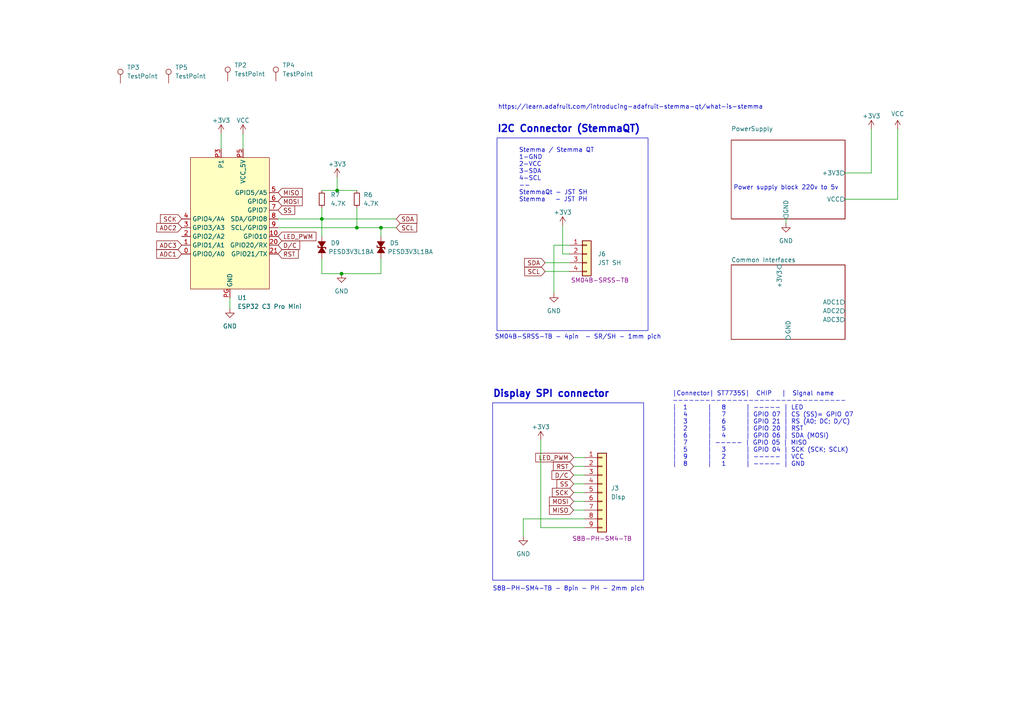
<source format=kicad_sch>
(kicad_sch (version 20231120) (generator "eeschema") (generator_version "8.0")
  (paper "A4")
  (title_block (title "Smart home relay board.") (date "2023-10-01") (rev "12") (company "Home"))
  (lib_symbols
    (symbol "Connector:TestPoint" (pin_numbers hide) (pin_names (offset 0.762) hide)
      (property "Reference" "TP" (at 0 6.858 0))
      (property "Value" "TestPoint" (at 0 5.08 0))
      (symbol "TestPoint_0_1"
        (circle (center 0 3.302) (radius 0.762))
      )
      (symbol "TestPoint_1_1"
        (pin passive line (at 0 0 90) (length 2.54) (name "1") (number "1"))
      )
    )
    (symbol "Connector_Generic:Conn_01x04" (pin_names (offset 1.016) hide)
      (property "Reference" "J" (at 0 5.08 0))
      (property "Value" "Conn_01x04" (at 0 -7.62 0))
      (symbol "Conn_01x04_1_1"
        (rectangle (start -1.27 -4.953) (end 0 -5.207) (stroke (width 0.1524)))
        (rectangle (start -1.27 -2.413) (end 0 -2.667) (stroke (width 0.1524)))
        (rectangle (start -1.27 0.127) (end 0 -0.127) (stroke (width 0.1524)))
        (rectangle (start -1.27 2.667) (end 0 2.413) (stroke (width 0.1524)))
        (rectangle (start -1.27 3.81) (end 1.27 -6.35) (stroke (width 0.254)) (fill (type background)))
        (pin passive line (at -5.08 2.54 0) (length 3.81) (name "Pin_1") (number "1"))
        (pin passive line (at -5.08 0 0) (length 3.81) (name "Pin_2") (number "2"))
        (pin passive line (at -5.08 -2.54 0) (length 3.81) (name "Pin_3") (number "3"))
        (pin passive line (at -5.08 -5.08 0) (length 3.81) (name "Pin_4") (number "4"))
      )
    )
    (symbol "Connector_Generic:Conn_01x09" (pin_names (offset 1.016) hide)
      (property "Reference" "J" (at 0 12.7 0))
      (property "Value" "Conn_01x09" (at 0 -12.7 0))
      (symbol "Conn_01x09_1_1"
        (rectangle (start -1.27 -10.033) (end 0 -10.287) (stroke (width 0.1524)))
        (rectangle (start -1.27 -7.493) (end 0 -7.747) (stroke (width 0.1524)))
        (rectangle (start -1.27 -4.953) (end 0 -5.207) (stroke (width 0.1524)))
        (rectangle (start -1.27 -2.413) (end 0 -2.667) (stroke (width 0.1524)))
        (rectangle (start -1.27 0.127) (end 0 -0.127) (stroke (width 0.1524)))
        (rectangle (start -1.27 2.667) (end 0 2.413) (stroke (width 0.1524)))
        (rectangle (start -1.27 5.207) (end 0 4.953) (stroke (width 0.1524)))
        (rectangle (start -1.27 7.747) (end 0 7.493) (stroke (width 0.1524)))
        (rectangle (start -1.27 10.287) (end 0 10.033) (stroke (width 0.1524)))
        (rectangle (start -1.27 11.43) (end 1.27 -11.43) (stroke (width 0.254)) (fill (type background)))
        (pin passive line (at -5.08 10.16 0) (length 3.81) (name "Pin_1") (number "1"))
        (pin passive line (at -5.08 7.62 0) (length 3.81) (name "Pin_2") (number "2"))
        (pin passive line (at -5.08 5.08 0) (length 3.81) (name "Pin_3") (number "3"))
        (pin passive line (at -5.08 2.54 0) (length 3.81) (name "Pin_4") (number "4"))
        (pin passive line (at -5.08 0 0) (length 3.81) (name "Pin_5") (number "5"))
        (pin passive line (at -5.08 -2.54 0) (length 3.81) (name "Pin_6") (number "6"))
        (pin passive line (at -5.08 -5.08 0) (length 3.81) (name "Pin_7") (number "7"))
        (pin passive line (at -5.08 -7.62 0) (length 3.81) (name "Pin_8") (number "8"))
        (pin passive line (at -5.08 -10.16 0) (length 3.81) (name "Pin_9") (number "9"))
      )
    )
    (symbol "Device:R_Small" (pin_numbers hide) (pin_names (offset 0.254) hide)
      (property "Reference" "R" (at 0.762 0.508 0))
      (property "Value" "R_Small" (at 0.762 -1.016 0))
      (symbol "R_Small_0_1"
        (rectangle (start -0.762 1.778) (end 0.762 -1.778) (stroke (width 0.2032)))
      )
      (symbol "R_Small_1_1"
        (pin passive line (at 0 2.54 270) (length 0.762) (name "~") (number "1"))
        (pin passive line (at 0 -2.54 90) (length 0.762) (name "~") (number "2"))
      )
    )
    (symbol "MCU_Module_local:ESP32_C3_Pro_Mini"
      (property "Reference" "U" (at 7.366 22.606 0))
      (property "Value" "ESP32-C3 Pro Mini" (at 0 -13.716 0))
      (symbol "ESP32_C3_Pro_Mini_1_0"
        (pin unspecified line (at -13.97 -10.16 0) (length 2.54) (name "GPIO0/A0") (number "0"))
        (pin unspecified line (at -13.97 -7.62 0) (length 2.54) (name "GPIO1/A1") (number "1"))
        (pin unspecified line (at 13.97 -5.08 180) (length 2.54) (name "GPIO10") (number "10"))
        (pin unspecified line (at -13.97 -5.08 0) (length 2.54) (name "GPIO2/A2") (number "2"))
        (pin unspecified line (at 13.97 -7.62 180) (length 2.54) (name "GPIO20/RX") (number "20"))
        (pin unspecified line (at 13.97 -10.16 180) (length 2.54) (name "GPIO21/TX") (number "21"))
        (pin unspecified line (at -13.97 -2.54 0) (length 2.54) (name "GPIO3/A3") (number "3"))
        (pin unspecified line (at -13.97 0 0) (length 2.54) (name "GPIO4/A4") (number "4"))
        (pin unspecified line (at 13.97 7.62 180) (length 2.54) (name "GPIO5/A5") (number "5"))
        (pin unspecified line (at 13.97 5.08 180) (length 2.54) (name "GPIO6") (number "6"))
        (pin unspecified line (at 13.97 2.54 180) (length 2.54) (name "GPIO7") (number "7"))
        (pin unspecified line (at 13.97 0 180) (length 2.54) (name "SDA/GPIO8") (number "8"))
        (pin unspecified line (at 13.97 -2.54 180) (length 2.54) (name "SCL/GPIO9") (number "9"))
        (pin unspecified line (at -2.54 20.32 270) (length 2.54) (name "P1") (number "P3"))
        (pin unspecified line (at 3.81 20.32 270) (length 2.54) (name "VCC_5V") (number "P5"))
        (pin unspecified line (at 0 -22.86 90) (length 2.54) (name "GND") (number "PG"))
      )
      (symbol "ESP32_C3_Pro_Mini_1_1"
        (rectangle (start -11.43 17.78) (end 11.43 -20.32) (fill (type background)))
      )
    )
    (symbol "Power_Protection_Local:PESD3V3L1BA" (pin_numbers hide) (pin_names (offset 0.254) hide)
      (property "Reference" "D" (at -0.7112 2.6416 0))
      (property "Value" "PESD3V3L1BA" (at -0.635 -2.286 0))
      (symbol "PESD3V3L1BA_0_1"
        (polyline (pts (xy -0.506 -1.1163) (xy 0.002 -1.1163) (xy 0.002 0.9157)) (stroke (width 0.254)))
        (polyline (pts (xy 0.508 1.1176) (xy 0 1.1176) (xy 0 -0.9144)) (stroke (width 0.254)))
        (polyline (pts (xy -1.651 -1.016) (xy -0.127 0) (xy -1.651 1.016) (xy -1.651 -1.016)) (stroke (width 0.254)) (fill (type outline)))
        (polyline (pts (xy 1.524 1.016) (xy 0 0) (xy 1.524 -1.016) (xy 1.524 1.016)) (stroke (width 0.254)) (fill (type outline)))
      )
      (symbol "PESD3V3L1BA_1_1"
        (pin passive line (at -3.175 0 0) (length 1.778) (name "K") (number "1"))
        (pin passive line (at 3.175 0 180) (length 1.778) (name "A") (number "2"))
      )
    )
    (symbol "power:+3V3" (power) (pin_names (offset 0))
      (property "Value" "+3V3" (at 0 3.556 0))
      (symbol "+3V3_0_1"
        (polyline (pts (xy -0.762 1.27) (xy 0 2.54)))
        (polyline (pts (xy 0 0) (xy 0 2.54)))
        (polyline (pts (xy 0 2.54) (xy 0.762 1.27)))
      )
      (symbol "+3V3_1_1"
        (pin power_in line (at 0 0 90) (length 0) hide (name "+3V3") (number "1"))
      )
    )
    (symbol "power:+5V" (power) (pin_names (offset 0))
      (property "Value" "+5V" (at 0 3.556 0))
      (symbol "+5V_0_1"
        (polyline (pts (xy -0.762 1.27) (xy 0 2.54)))
        (polyline (pts (xy 0 0) (xy 0 2.54)))
        (polyline (pts (xy 0 2.54) (xy 0.762 1.27)))
      )
      (symbol "+5V_1_1"
        (pin power_in line (at 0 0 90) (length 0) hide (name "+5V") (number "1"))
      )
    )
    (symbol "power:GND" (power) (pin_names (offset 0))
      (property "Value" "GND" (at 0 -3.81 0))
      (symbol "GND_0_1"
        (polyline (pts (xy 0 0) (xy 0 -1.27) (xy 1.27 -1.27) (xy 0 -2.54) (xy -1.27 -1.27) (xy 0 -1.27)))
      )
      (symbol "GND_1_1"
        (pin power_in line (at 0 0 270) (length 0) hide (name "GND") (number "1"))
      )
    )
    (symbol "power:VCC" (power) (pin_numbers hide) (pin_names (offset 0) hide)
      (property "Value" "VCC" (at 0 3.556 0))
      (symbol "VCC_0_1"
        (polyline (pts (xy -0.762 1.27) (xy 0 2.54)))
        (polyline (pts (xy 0 0) (xy 0 2.54)))
        (polyline (pts (xy 0 2.54) (xy 0.762 1.27)))
      )
      (symbol "VCC_1_1"
        (pin power_in line (at 0 0 90) (length 0) (name "~") (number "1"))
      )
    )
  )
  (junction (at 97.79 55.245))
  (junction (at 99.06 79.375))
  (junction (at 93.345 63.5))
  (junction (at 110.49 66.04))
  (junction (at 103.505 66.04))
  (wire (pts (xy 110.49 66.04) (xy 110.49 68.58)))
  (wire (pts (xy 99.06 79.375) (xy 110.49 79.375)))
  (wire (pts (xy 70.485 38.735) (xy 70.485 43.18)))
  (wire (pts (xy 66.675 89.535) (xy 66.675 86.36)))
  (wire (pts (xy 260.35 57.785) (xy 245.11 57.785)))
  (wire (pts (xy 114.935 66.04) (xy 110.49 66.04)))
  (wire (pts (xy 93.345 63.5) (xy 80.645 63.5)))
  (wire (pts (xy 166.37 140.335) (xy 169.545 140.335)))
  (wire (pts (xy 160.655 71.12) (xy 165.1 71.12)))
  (wire (pts (xy 166.37 132.715) (xy 169.545 132.715)))
  (wire (pts (xy 156.845 153.035) (xy 169.545 153.035)))
  (wire (pts (xy 103.505 66.04) (xy 110.49 66.04)))
  (wire (pts (xy 252.73 37.465) (xy 252.73 50.165)))
  (wire (pts (xy 93.345 63.5) (xy 93.345 68.58)))
  (wire (pts (xy 158.115 76.2) (xy 165.1 76.2)))
  (wire (pts (xy 166.37 135.255) (xy 169.545 135.255)))
  (wire (pts (xy 151.765 155.575) (xy 151.765 150.495)))
  (wire (pts (xy 97.79 51.435) (xy 97.79 55.245)))
  (wire (pts (xy 80.645 66.04) (xy 103.505 66.04)))
  (wire (pts (xy 163.195 73.66) (xy 165.1 73.66)))
  (wire (pts (xy 260.35 37.465) (xy 260.35 57.785)))
  (wire (pts (xy 103.505 60.325) (xy 103.505 66.04)))
  (wire (pts (xy 93.345 74.93) (xy 93.345 79.375)))
  (wire (pts (xy 163.195 65.405) (xy 163.195 73.66)))
  (wire (pts (xy 114.935 63.5) (xy 93.345 63.5)))
  (wire (pts (xy 160.655 71.12) (xy 160.655 85.09)))
  (wire (pts (xy 158.115 78.74) (xy 165.1 78.74)))
  (wire (pts (xy 166.37 137.795) (xy 169.545 137.795)))
  (wire (pts (xy 93.345 55.245) (xy 97.79 55.245)))
  (wire (pts (xy 151.765 150.495) (xy 169.545 150.495)))
  (wire (pts (xy 110.49 79.375) (xy 110.49 74.93)))
  (wire (pts (xy 166.37 142.875) (xy 169.545 142.875)))
  (wire (pts (xy 93.345 79.375) (xy 99.06 79.375)))
  (wire (pts (xy 64.135 38.735) (xy 64.135 43.18)))
  (wire (pts (xy 166.37 145.415) (xy 169.545 145.415)))
  (wire (pts (xy 93.345 60.325) (xy 93.345 63.5)))
  (wire (pts (xy 252.73 50.165) (xy 245.11 50.165)))
  (wire (pts (xy 156.845 127.635) (xy 156.845 153.035)))
  (wire (pts (xy 227.965 63.5) (xy 227.965 64.77)))
  (wire (pts (xy 166.37 147.955) (xy 169.545 147.955)))
  (wire (pts (xy 97.79 55.245) (xy 103.505 55.245)))
  (rectangle (start 144.145 40.005) (end 187.96 95.885))
  (rectangle (start 142.875 116.84) (end 186.69 168.275))
  (text "SM04B-SRSS-TB - 4pin  - SR/SH - 1mm pich" (at 167.64 97.79 0) (effects (font (size 1.27 1.27))))
  (text "Stemma / Stemma QT\n1-GND\n2-VCC\n3-SDA\n4-SCL\n--\nStemmaQt - JST SH\nStemma   - JST PH" (at 150.495 50.8 0) (effects (font (size 1.27 1.27)) (justify left)))
  (text "Power supply block 220v to 5v " (at 212.725 55.245 0) (effects (font (size 1.27 1.27)) (justify left bottom)))
  (text "https://learn.adafruit.com/introducing-adafruit-stemma-qt/what-is-stemma" (at 182.88 31.115 0) (effects (font (size 1.27 1.27))))
  (text "S8B-PH-SM4-TB - 8pin - PH - 2mm pich" (at 142.875 170.815 0) (effects (font (size 1.27 1.27)) (justify left)))
  (text "I2C Connector (StemmaQT)" (at 144.145 37.465 0) (effects (font (size 2 2) (thickness 0.4) (bold yes)) (justify left)))
  (text "|Connector| ST7735S|  CHIP   |  Signal name\n--------------------------------\n|  1      |   8      | ----- | LED\n|  4      |   7      | GPIO 07 | CS (SS)= GPIO 07\n|  3      |   6      | GPIO 21 | RS (A0; DC; D/C) \n|  2      |   5      | GPIO 20 | RST\n|  6      |   4      | GPIO 06 | SDA (MOSI) \n|  7      | ----- | GPIO 05 | MISO               \n|  5      |   3      | GPIO 04 | SCK (SCK; SCLK)\n|  9      |   2      | ----- | VCC\n|  8      |   1      | ----- | GND" (at 194.945 124.46 0) (effects (font (size 1.27 1.27)) (justify left)))
  (text "Display SPI connector" (at 142.875 114.3 0) (effects (font (size 2 2) (thickness 0.4) (bold yes)) (justify left)))
  (global_label "ADC1" (shape input) (at 52.705 73.66 180) (property "Intersheetrefs" "${INTERSHEET_REFS}" (effects (hide yes))))
  (global_label "LED_PWM" (shape input) (at 166.37 132.715 180) (property "Intersheetrefs" "${INTERSHEET_REFS}" (effects (hide yes))))
  (global_label "RST" (shape input) (at 166.37 135.255 180) (property "Intersheetrefs" "${INTERSHEET_REFS}" (effects (hide yes))))
  (global_label "D{slash}C" (shape input) (at 80.645 71.12 0) (property "Intersheetrefs" "${INTERSHEET_REFS}" (effects (hide yes))))
  (global_label "RST" (shape input) (at 80.645 73.66 0) (property "Intersheetrefs" "${INTERSHEET_REFS}" (effects (hide yes))))
  (global_label "D{slash}C" (shape input) (at 166.37 137.795 180) (property "Intersheetrefs" "${INTERSHEET_REFS}" (effects (hide yes))))
  (global_label "MISO" (shape input) (at 166.37 147.955 180) (property "Intersheetrefs" "${INTERSHEET_REFS}" (effects (hide yes))))
  (global_label "SCK" (shape input) (at 166.37 142.875 180) (property "Intersheetrefs" "${INTERSHEET_REFS}" (effects (hide yes))))
  (global_label "LED_PWM" (shape input) (at 80.645 68.58 0) (property "Intersheetrefs" "${INTERSHEET_REFS}" (effects (hide yes))))
  (global_label "MOSI" (shape input) (at 80.645 58.42 0) (property "Intersheetrefs" "${INTERSHEET_REFS}" (effects (hide yes))))
  (global_label "SS" (shape input) (at 80.645 60.96 0) (property "Intersheetrefs" "${INTERSHEET_REFS}" (effects (hide yes))))
  (global_label "ADC2" (shape input) (at 52.705 66.04 180) (property "Intersheetrefs" "${INTERSHEET_REFS}" (effects (hide yes))))
  (global_label "ADC3" (shape input) (at 52.705 71.12 180) (property "Intersheetrefs" "${INTERSHEET_REFS}" (effects (hide yes))))
  (global_label "SDA" (shape input) (at 158.115 76.2 180) (property "Intersheetrefs" "${INTERSHEET_REFS}" (effects (hide yes))))
  (global_label "SS" (shape input) (at 166.37 140.335 180) (property "Intersheetrefs" "${INTERSHEET_REFS}" (effects (hide yes))))
  (global_label "MISO" (shape input) (at 80.645 55.88 0) (property "Intersheetrefs" "${INTERSHEET_REFS}" (effects (hide yes))))
  (global_label "MOSI" (shape input) (at 166.37 145.415 180) (property "Intersheetrefs" "${INTERSHEET_REFS}" (effects (hide yes))))
  (global_label "SDA" (shape input) (at 114.935 63.5 0) (property "Intersheetrefs" "${INTERSHEET_REFS}" (effects (hide yes))))
  (global_label "SCK" (shape input) (at 52.705 63.5 180) (property "Intersheetrefs" "${INTERSHEET_REFS}" (effects (hide yes))))
  (global_label "SCL" (shape input) (at 158.115 78.74 180) (property "Intersheetrefs" "${INTERSHEET_REFS}" (effects (hide yes))))
  (global_label "SCL" (shape input) (at 114.935 66.04 0) (property "Intersheetrefs" "${INTERSHEET_REFS}" (effects (hide yes))))
  (symbol (lib_id "power:GND") (at 227.965 64.77 0) (unit 1)
    (property "Reference" "#PWR020" (effects (hide yes)))
    (property "Value" "GND" (at 227.965 69.85 0))
  )
  (symbol (lib_id "Device:R_Small") (at 103.505 57.785 0) (unit 1)
    (property "Reference" "R6" (at 105.41 56.5149 0) (effects (justify left)))
    (property "Value" "4.7K" (at 105.41 59.0549 0) (effects (justify left)))
    (property "Footprint" "Resistor_SMD:R_0805_2012Metric_Pad1.20x1.40mm_HandSolder" (effects (hide yes)))
    (property "Description" "Resistor, small symbol" (effects (hide yes)))
  )
  (symbol (lib_id "Power_Protection_Local:PESD3V3L1BA") (at 93.345 71.755 270) (unit 1)
    (property "Reference" "D9" (at 95.885 70.485 90) (effects (justify left)))
    (property "Value" "PESD3V3L1BA" (at 95.25 73.025 90) (effects (justify left)))
    (property "Footprint" "Diode_SMD:D_SOD-323_HandSoldering" (effects (hide yes)))
    (property "Datasheet" "https://static.chipdip.ru/lib/297/DOC021297007.pdf" (effects (hide yes)))
  )
  (symbol (lib_id "power:+3V3") (at 163.195 65.405 0) (unit 1)
    (property "Reference" "#PWR013" (effects (hide yes)))
    (property "Value" "+3V3" (at 163.195 61.595 0))
  )
  (symbol (lib_id "Connector:TestPoint") (at 66.04 23.495 0) (unit 1)
    (property "Reference" "TP2" (at 67.945 18.9229 0) (effects (justify left)))
    (property "Value" "TestPoint" (at 67.945 21.4629 0) (effects (justify left)))
    (property "Footprint" "TestPoint:TestPoint_THTPad_D2.0mm_Drill1.0mm" (effects (hide yes)))
  )
  (symbol (lib_id "MCU_Module_local:ESP32_C3_Pro_Mini") (at 66.675 63.5 0) (unit 1)
    (property "Reference" "U1" (at 68.8691 86.36 0) (effects (justify left)))
    (property "Value" "ESP32 C3 Pro Mini" (at 68.8691 88.9 0) (effects (justify left)))
    (property "Footprint" "WIFI_Module:ESP32-C3_Pro_mini_no_keepout" (effects (hide yes)))
  )
  (symbol (lib_id "power:GND") (at 151.765 155.575 0) (unit 1)
    (property "Reference" "#PWR05" (effects (hide yes)))
    (property "Value" "GND" (at 151.765 160.655 0))
  )
  (symbol (lib_id "power:+3V3") (at 252.73 37.465 0) (unit 1)
    (property "Reference" "#PWR022" (effects (hide yes)))
    (property "Value" "+3V3" (at 252.73 33.655 0))
  )
  (symbol (lib_id "Connector_Generic:Conn_01x09") (at 174.625 142.875 0) (unit 1)
    (property "Reference" "J3" (at 177.165 141.605 0) (effects (justify left)))
    (property "Value" "Disp" (at 177.165 144.145 0) (effects (justify left)))
    (property "Footprint" "Connector_JST:JST_PH_S9B-PH-SM4-TB_1x09-1MP_P2.00mm_Horizontal" (effects (hide yes)))
    (property "Description" "Generic connector, single row, 01x09, script generated (kicad-library-utils/schlib/autogen/connector/)" (effects (hide yes)))
    (property "descr" "S8B-PH-SM4-TB" (at 174.625 156.21 0))
  )
  (symbol (lib_id "Device:R_Small") (at 93.345 57.785 0) (unit 1)
    (property "Reference" "R7" (at 95.885 56.5149 0) (effects (justify left)))
    (property "Value" "4.7K" (at 95.885 59.0549 0) (effects (justify left)))
    (property "Footprint" "Resistor_SMD:R_0805_2012Metric_Pad1.20x1.40mm_HandSolder" (effects (hide yes)))
    (property "Description" "Resistor, small symbol" (effects (hide yes)))
  )
  (symbol (lib_id "power:GND") (at 160.655 85.09 0) (unit 1)
    (property "Reference" "#PWR012" (effects (hide yes)))
    (property "Value" "GND" (at 160.655 90.17 0))
  )
  (symbol (lib_id "power:+3V3") (at 156.845 127.635 0) (unit 1)
    (property "Reference" "#PWR03" (effects (hide yes)))
    (property "Value" "+3V3" (at 156.845 123.825 0))
  )
  (symbol (lib_id "Connector:TestPoint") (at 48.895 24.13 0) (unit 1)
    (property "Reference" "TP5" (at 50.8 19.5579 0) (effects (justify left)))
    (property "Value" "TestPoint" (at 50.8 22.0979 0) (effects (justify left)))
    (property "Footprint" "TestPoint:TestPoint_THTPad_D2.0mm_Drill1.0mm" (effects (hide yes)))
  )
  (symbol (lib_id "power:+5V") (at 64.135 38.735 0) (unit 1)
    (property "Reference" "#PWR011" (effects (hide yes)))
    (property "Value" "+3V3" (at 64.135 34.925 0))
  )
  (symbol (lib_id "power:VCC") (at 260.35 37.465 0) (unit 1)
    (property "Reference" "#PWR019" (effects (hide yes)))
    (property "Value" "VCC" (at 260.35 33.02 0))
    (property "Description" "Power symbol creates a global label with name \"VCC\"" (effects (hide yes)))
  )
  (symbol (lib_id "power:VCC") (at 70.485 38.735 0) (unit 1)
    (property "Reference" "#PWR06" (effects (hide yes)))
    (property "Value" "VCC" (at 70.485 34.925 0))
    (property "Description" "Power symbol creates a global label with name \"VCC\"" (effects (hide yes)))
  )
  (symbol (lib_id "power:+5V") (at 97.79 51.435 0) (unit 1)
    (property "Reference" "#PWR015" (effects (hide yes)))
    (property "Value" "+3V3" (at 97.79 47.625 0))
  )
  (symbol (lib_id "Connector:TestPoint") (at 80.01 23.495 0) (unit 1)
    (property "Reference" "TP4" (at 81.915 18.9229 0) (effects (justify left)))
    (property "Value" "TestPoint" (at 81.915 21.4629 0) (effects (justify left)))
    (property "Footprint" "TestPoint:TestPoint_THTPad_D2.0mm_Drill1.0mm" (effects (hide yes)))
  )
  (symbol (lib_id "Power_Protection_Local:PESD3V3L1BA") (at 110.49 71.755 270) (unit 1)
    (property "Reference" "D5" (at 113.03 70.485 90) (effects (justify left)))
    (property "Value" "PESD3V3L1BA" (at 112.395 73.025 90) (effects (justify left)))
    (property "Footprint" "Diode_SMD:D_SOD-323_HandSoldering" (effects (hide yes)))
    (property "Datasheet" "https://static.chipdip.ru/lib/297/DOC021297007.pdf" (effects (hide yes)))
  )
  (symbol (lib_id "power:GND") (at 99.06 79.375 0) (unit 1)
    (property "Reference" "#PWR029" (effects (hide yes)))
    (property "Value" "GND" (at 99.06 84.455 0))
  )
  (symbol (lib_id "power:GND") (at 66.675 89.535 0) (unit 1)
    (property "Reference" "#PWR07" (effects (hide yes)))
    (property "Value" "GND" (at 66.675 94.615 0))
  )
  (symbol (lib_id "Connector_Generic:Conn_01x04") (at 170.18 73.66 0) (unit 1)
    (property "Reference" "J6" (at 173.355 73.6599 0) (effects (justify left)))
    (property "Value" "JST SH" (at 173.355 76.1999 0) (effects (justify left)))
    (property "Footprint" "Connector_JST:JST_SH_SM04B-SRSS-TB_1x04-1MP_P1.00mm_Horizontal" (effects (hide yes)))
    (property "Description" "Generic connector, single row, 01x04, script generated (kicad-library-utils/schlib/autogen/connector/)" (effects (hide yes)))
    (property "descr" "SM04B-SRSS-TB" (at 173.99 81.28 0))
  )
  (symbol (lib_id "Connector:TestPoint") (at 34.925 24.13 0) (unit 1)
    (property "Reference" "TP3" (at 36.83 19.5579 0) (effects (justify left)))
    (property "Value" "TestPoint" (at 36.83 22.0979 0) (effects (justify left)))
    (property "Footprint" "TestPoint:TestPoint_THTPad_D2.0mm_Drill1.0mm" (effects (hide yes)))
  )
  (sheet (at 212.09 76.835) (size 33.02 21.59) (stroke (width 0.1524))
    (property "Sheetname" "Common Interfaces" (at 212.09 76.1234 0) (effects (justify left bottom)))
    (property "Sheetfile" "ExtConnectors.kicad_sch" (effects (hide yes)))
    (pin "GND" input (at 228.6 98.425 270))
    (pin "ADC1" output (at 245.11 87.63 0))
    (pin "+3V3" input (at 226.06 76.835 90))
    (pin "ADC3" output (at 245.11 92.71 0))
    (pin "ADC2" output (at 245.11 90.17 0))
  )
  (sheet (at 212.09 40.64) (size 33.02 22.86) (stroke (width 0.1524))
    (property "Sheetname" "PowerSupply" (at 212.09 38.1 0) (effects (justify left bottom)))
    (property "Sheetfile" "PowerSupply.kicad_sch" (effects (hide yes)))
    (pin "GND" output (at 227.965 63.5 270))
    (pin "+3V3" output (at 245.11 50.165 0))
    (pin "VCC" output (at 245.11 57.785 0))
  )
)
</source>
